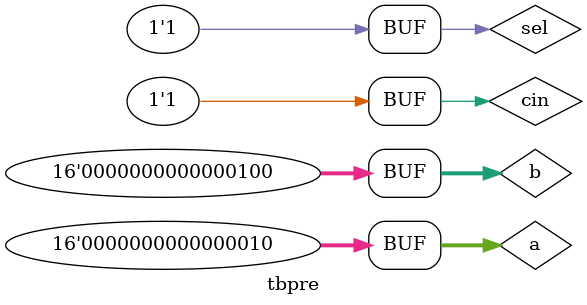
<source format=v>
module tbpre;
	reg cin,sel;
	reg[15:0] a,b;
	wire[15:0] o;
	prefixaddsub p1(a,b,cin,sel,o);

	initial begin
	$dumpfile ("tbpre.vcd");
	$dumpvars (0, tbpre);
	end
	
	initial begin
		
	a = 16'b1010101010101010;
    b = 16'b0101010101010101;
    cin=1'b0;sel=1'b0;
	#5;
    a = 16'b0000000000101110;
    b = 16'b0000000001001111;
    cin = 1'b0;sel= 1'b0;
    #5;
	a=16'b0000000000000010;
	b=16'b0000000000000100;
	cin=1'b0;sel=1'b0;
	#5;	
	a = 16'b1010101010101010;
    b = 16'b0101010101010101;
    cin=1'b1;sel=1'b1;
	#5;
    a = 16'b0000000000101110;
    b = 16'b0000000001001111;
    cin = 1'b1;sel= 1'b1;
    #5;
	a=16'b0000000000000010;
	b=16'b0000000000000100;
	cin=1'b1;sel=1'b1;

	end
    initial
    begin
        $monitor("a = %d, b = %d, cin = %d, o = %d",a,b,cin,o);
    end

endmodule
</source>
